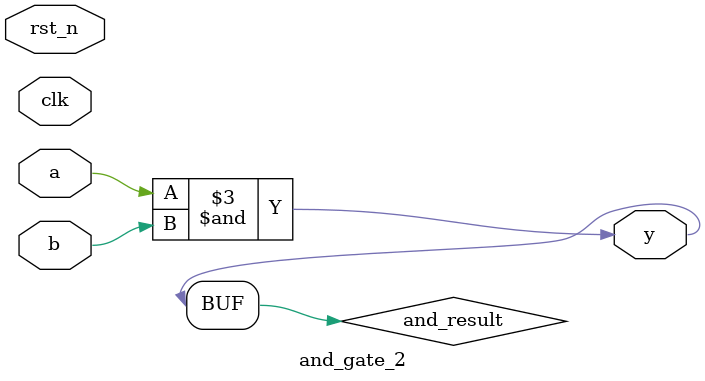
<source format=sv>
`timescale 1ns/1ps

/**
 * 参数化2输入与门模块 - 优化数据流结构
 * 支持可配置的传播延迟
 * 实现流水线结构以改善PPA指标
 */
module and_gate_2 #(
    parameter DELAY = 0,           // 可配置的传播延迟（单位：ns）
    parameter PIPELINE_STAGES = 0  // 可配置的流水线级数
) (
    input  wire        clk,        // 时钟信号
    input  wire        rst_n,      // 低电平有效复位信号
    input  wire        a,          // 输入信号 A
    input  wire        b,          // 输入信号 B
    output wire        y           // 输出信号 Y = A & B
);

    // 内部信号声明
    wire and_result;
    reg [PIPELINE_STAGES:0] pipeline_regs;
    
    // 组合逻辑部分 - 基本与运算
    assign and_result = a & b;
    
    // 流水线结构实现
    generate
        if (PIPELINE_STAGES == 0) begin : NO_PIPELINE
            // 直接输出，带延迟
            assign #(DELAY) y = and_result;
        end
        else begin : WITH_PIPELINE
            // 流水线寄存器链
            always @(posedge clk or negedge rst_n) begin
                if (!rst_n) begin
                    // 异步复位
                    pipeline_regs <= {(PIPELINE_STAGES+1){1'b0}};
                end
                else begin
                    // 流水线移位
                    pipeline_regs[0] <= and_result;
                    for (int i = 1; i <= PIPELINE_STAGES; i = i + 1) begin
                        pipeline_regs[i] <= pipeline_regs[i-1];
                    end
                end
            end
            
            // 最终输出带延迟
            assign #(DELAY) y = pipeline_regs[PIPELINE_STAGES];
        end
    endgenerate

endmodule
</source>
